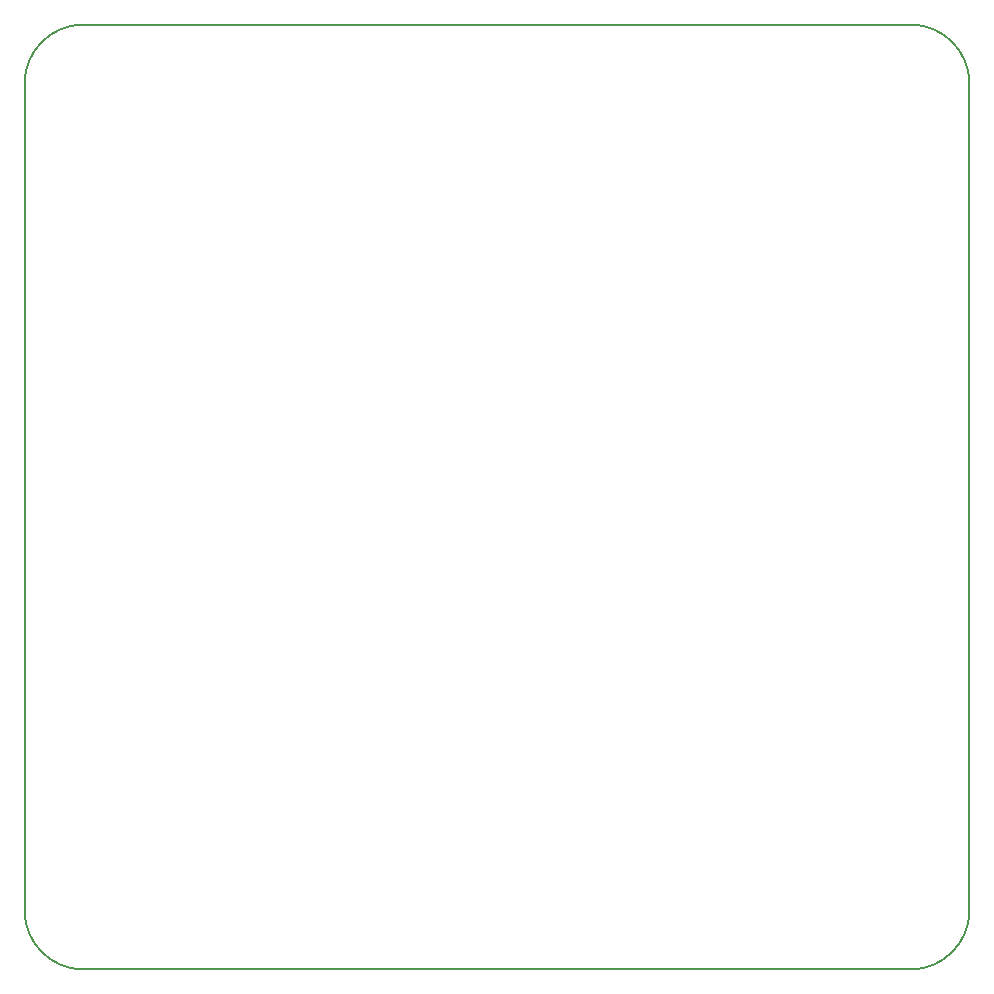
<source format=gbr>
G04 #@! TF.GenerationSoftware,KiCad,Pcbnew,5.1.5-52549c5~84~ubuntu19.10.1*
G04 #@! TF.CreationDate,2020-02-14T19:10:30+02:00*
G04 #@! TF.ProjectId,GB-BRK-CPU-G2,47422d42-524b-42d4-9350-552d47322e6b,v1.1*
G04 #@! TF.SameCoordinates,Original*
G04 #@! TF.FileFunction,Legend,Bot*
G04 #@! TF.FilePolarity,Positive*
%FSLAX46Y46*%
G04 Gerber Fmt 4.6, Leading zero omitted, Abs format (unit mm)*
G04 Created by KiCad (PCBNEW 5.1.5-52549c5~84~ubuntu19.10.1) date 2020-02-14 19:10:30*
%MOMM*%
%LPD*%
G04 APERTURE LIST*
%ADD10C,0.150000*%
G04 APERTURE END LIST*
D10*
X140000000Y-135000000D02*
G75*
G02X135000000Y-140000000I-5000000J0D01*
G01*
X65000000Y-140000000D02*
G75*
G02X60000000Y-135000000I0J5000000D01*
G01*
X60000000Y-65000000D02*
G75*
G02X65000000Y-60000000I5000000J0D01*
G01*
X135000000Y-60000000D02*
G75*
G02X140000000Y-65000000I0J-5000000D01*
G01*
X135000000Y-60000000D02*
X65000000Y-60000000D01*
X140000000Y-135000000D02*
X140000000Y-65000000D01*
X65000000Y-140000000D02*
X135000000Y-140000000D01*
X60000000Y-65000000D02*
X60000000Y-135000000D01*
M02*

</source>
